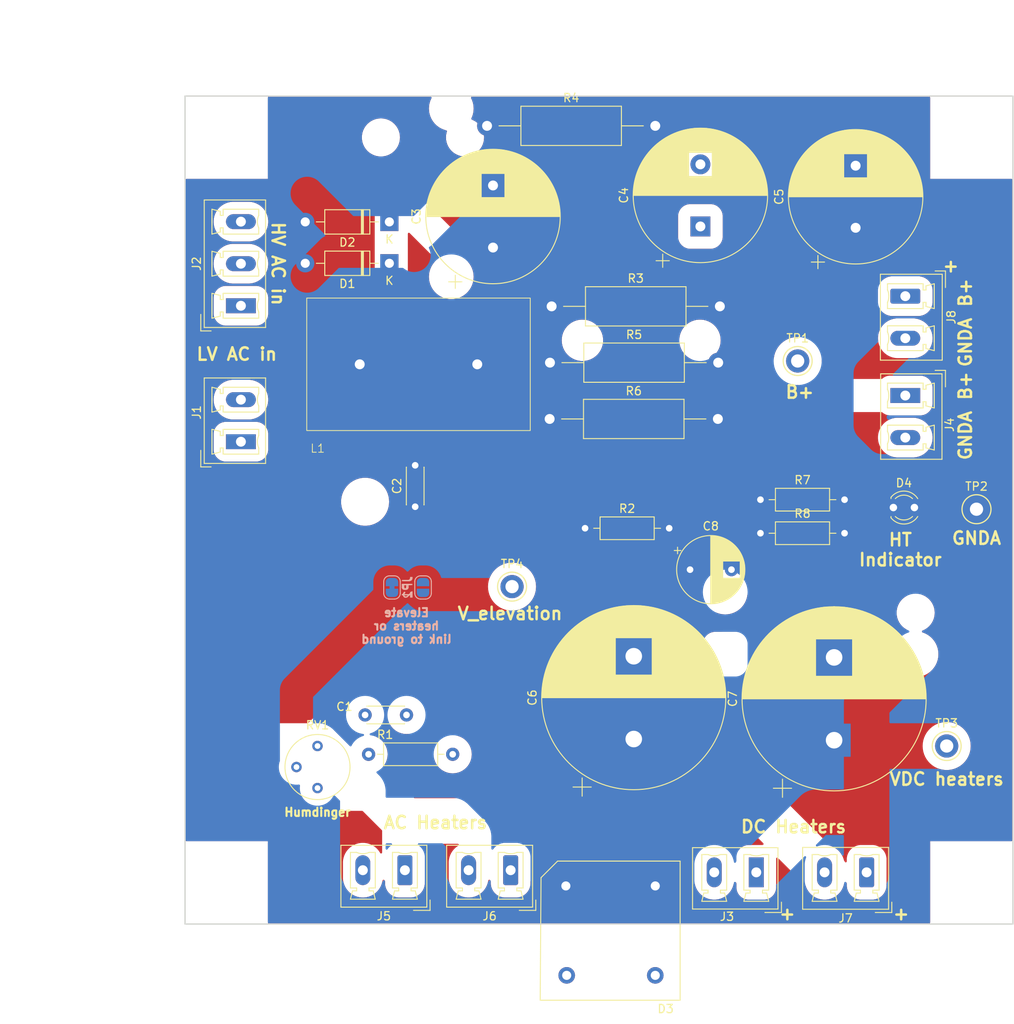
<source format=kicad_pcb>
(kicad_pcb (version 20240108) (generator "pcbnew") (generator_version "8.0")
  (title_block (comment 4 "AISLER Project ID: KBRZOJQS"))
  (layers (0 "F.Cu" signal) (31 "B.Cu" signal) (34 "B.Paste" user) (35 "F.Paste" user) (36 "B.SilkS" user "B.Silkscreen") (37 "F.SilkS" user "F.Silkscreen") (38 "B.Mask" user) (39 "F.Mask" user) (44 "Edge.Cuts" user))
  (net 0 "")
  (net 1 "Net-(D1-A)")
  (net 2 "Net-(C1-Pad2)")
  (net 3 "GNDA")
  (net 4 "Net-(C2-Pad1)")
  (net 5 "Net-(D1-K)")
  (net 6 "Net-(J1-Pin_1)")
  (net 7 "Net-(J7-Pin_1)")
  (net 8 "Net-(C4-Pad1)")
  (net 9 "Net-(D3-+)")
  (net 10 "Net-(J1-Pin_2)")
  (net 11 "+VDC")
  (net 12 "Net-(J2-Pin_2)")
  (net 13 "Net-(D3--)")
  (net 14 "Net-(C8-Pad1)")
  (net 15 "Net-(D2-A)")
  (net 16 "Net-(D4-A)")
  (net 17 "Net-(JP1-A)")
  (footprint "Resistor_THT:R_Axial_DIN0414_L11.9mm_D4.5mm_P20.32mm_Horizontal" (layer "F.Cu") (at 94.08 82.2)
    (property "Reference" "R5" (at 10.16 -3.37 0) (layer "F.SilkS"))
    (property "Value" "220r 2W")
    (pad "1" thru_hole circle (at 0 0) (size 2.4 2.4) (drill 1.2) (layers "*.Cu" "*.Mask") (net 8 "Net-(C4-Pad1)"))
    (pad "2" thru_hole oval (at 20.32 0) (size 2.4 2.4) (drill 1.2) (layers "*.Cu" "*.Mask") (net 7 "Net-(J7-Pin_1)"))
  )
  (footprint "Capacitor_THT:C_Disc_D4.3mm_W1.9mm_P5.00mm" (layer "F.Cu") (at 76.75 124.75 180)
    (property "Reference" "C1" (at 7.5 1 180) (layer "F.SilkS"))
    (property "Value" "10n >1kV")
    (pad "1" thru_hole circle (at 0 0 180) (size 1.6 1.6) (drill 0.8) (layers "*.Cu" "*.Mask") (net 1 "Net-(D1-A)"))
    (pad "2" thru_hole circle (at 5 0 180) (size 1.6 1.6) (drill 0.8) (layers "*.Cu" "*.Mask") (net 2 "Net-(C1-Pad2)"))
  )
  (footprint "Capacitor_THT:C_Disc_D4.3mm_W1.9mm_P5.00mm" (layer "F.Cu") (at 77.8 99.6 90)
    (property "Reference" "C2" (at 2.5 -2.2 90) (layer "F.SilkS"))
    (property "Value" "10n 100V")
    (pad "1" thru_hole circle (at 0 0 90) (size 1.6 1.6) (drill 0.8) (layers "*.Cu" "*.Mask") (net 4 "Net-(C2-Pad1)"))
    (pad "2" thru_hole circle (at 5 0 90) (size 1.6 1.6) (drill 0.8) (layers "*.Cu" "*.Mask") (net 10 "Net-(J1-Pin_2)"))
  )
  (footprint "Capacitor_THT:CP_Radial_D16.0mm_P7.50mm" (layer "F.Cu") (at 87.2 68.3 90)
    (property "Reference" "C3" (at 3.75 -9.25 90) (layer "F.SilkS"))
    (property "Value" "47u 450V")
    (pad "1" thru_hole rect (at 0 0 90) (size 2.4 2.4) (drill 1.2) (layers "*.Cu" "*.Mask") (net 5 "Net-(D1-K)"))
    (pad "2" thru_hole circle (at 7.5 0 90) (size 2.4 2.4) (drill 1.2) (layers "*.Cu" "*.Mask") (net 12 "Net-(J2-Pin_2)"))
  )
  (footprint "Connector_Phoenix_MC_HighVoltage:PhoenixContact_MCV_1,5_2-G-5.08_1x02_P5.08mm_Vertical" (layer "F.Cu") (at 56.75 91.75 90)
    (property "Reference" "J1" (at 3.54 -5.35 90) (layer "F.SilkS"))
    (property "Value" "Screw_Terminal_01x02")
    (pad "1" thru_hole rect (at 0 0 90) (size 1.8 3.6) (drill 1.2) (layers "*.Cu" "*.Mask") (net 6 "Net-(J1-Pin_1)"))
    (pad "2" thru_hole oval (at 5.08 0 90) (size 1.8 3.6) (drill 1.2) (layers "*.Cu" "*.Mask") (net 10 "Net-(J1-Pin_2)"))
  )
  (footprint "Connector_Phoenix_MC_HighVoltage:PhoenixContact_MCV_1,5_2-G-5.08_1x02_P5.08mm_Vertical" (layer "F.Cu") (at 119 143.7575 180)
    (property "Reference" "J3" (at 3.54 -5.35 0) (layer "F.SilkS"))
    (property "Value" "Screw_Terminal_01x02")
    (pad "1" thru_hole rect (at 0 0 180) (size 1.8 3.6) (drill 1.2) (layers "*.Cu" "*.Mask") (net 6 "Net-(J1-Pin_1)"))
    (pad "2" thru_hole oval (at 5.08 0 180) (size 1.8 3.6) (drill 1.2) (layers "*.Cu" "*.Mask") (net 10 "Net-(J1-Pin_2)"))
  )
  (footprint "Connector_Phoenix_MC_HighVoltage:PhoenixContact_MCV_1,5_2-G-5.08_1x02_P5.08mm_Vertical" (layer "F.Cu") (at 137 86.17 -90)
    (property "Reference" "J4" (at 3.54 -5.35 -90) (layer "F.SilkS"))
    (property "Value" "Screw_Terminal_01x02")
    (pad "1" thru_hole rect (at 0 0 270) (size 1.8 3.6) (drill 1.2) (layers "*.Cu" "*.Mask") (net 6 "Net-(J1-Pin_1)"))
    (pad "2" thru_hole oval (at 5.08 0 270) (size 1.8 3.6) (drill 1.2) (layers "*.Cu" "*.Mask") (net 10 "Net-(J1-Pin_2)"))
  )
  (footprint "MountingHole:MountingHole_3.2mm_M3" (layer "F.Cu") (at 145 145)
    (property "Reference" "MH2" (hide yes))
    (property "Value" "MountingHole")
    (pad "" np_thru_hole circle (at 0 0) (size 3.2 3.2) (drill 3.2) (layers "*.Cu" "*.Mask"))
  )
  (footprint "MountingHole:MountingHole_3.2mm_M3" (layer "F.Cu") (at 145 55)
    (property "Reference" "MH3" (hide yes))
    (property "Value" "MountingHole")
    (pad "" np_thru_hole circle (at 0 0) (size 3.2 3.2) (drill 3.2) (layers "*.Cu" "*.Mask"))
  )
  (footprint "MountingHole:MountingHole_3.2mm_M3" (layer "F.Cu") (at 55 145)
    (property "Reference" "MH4" (hide yes))
    (property "Value" "MountingHole")
    (pad "" np_thru_hole circle (at 0 0) (size 3.2 3.2) (drill 3.2) (layers "*.Cu" "*.Mask"))
  )
  (footprint "Resistor_THT:R_Axial_DIN0207_L6.3mm_D2.5mm_P10.16mm_Horizontal" (layer "F.Cu") (at 72.17 129.5)
    (property "Reference" "R1" (at 2 -2.37 0) (layer "F.SilkS"))
    (property "Value" "4.7k")
    (pad "1" thru_hole circle (at 0 0) (size 1.6 1.6) (drill 0.8) (layers "*.Cu" "*.Mask") (net 2 "Net-(C1-Pad2)"))
    (pad "2" thru_hole oval (at 10.16 0) (size 1.6 1.6) (drill 0.8) (layers "*.Cu" "*.Mask") (net 15 "Net-(D2-A)"))
  )
  (footprint "TestPoint:TestPoint_Keystone_5005-5009_Compact" (layer "F.Cu") (at 124 82)
    (property "Reference" "TP1" (at 0 -2.75 0) (layer "F.SilkS"))
    (property "Value" "TestPoint")
    (pad "1" thru_hole circle (at 0 0) (size 2.8 2.8) (drill 1.6) (layers "*.Cu" "*.Mask") (net 7 "Net-(J7-Pin_1)"))
  )
  (footprint "TestPoint:TestPoint_Keystone_5005-5009_Compact" (layer "F.Cu") (at 145.6 99.9)
    (property "Reference" "TP2" (at 0 -2.75 0) (layer "F.SilkS"))
    (property "Value" "TestPoint")
    (pad "1" thru_hole circle (at 0 0) (size 2.8 2.8) (drill 1.6) (layers "*.Cu" "*.Mask") (net 11 "+VDC"))
  )
  (footprint "TestPoint:TestPoint_Keystone_5005-5009_Compact" (layer "F.Cu") (at 142 128.5)
    (property "Reference" "TP3" (at 0 -2.75 0) (layer "F.SilkS"))
    (property "Value" "TestPoint")
    (pad "1" thru_hole circle (at 0 0) (size 2.8 2.8) (drill 1.6) (layers "*.Cu" "*.Mask") (net 3 "GNDA"))
  )
  (footprint "TestPoint:TestPoint_Keystone_5005-5009_Compact" (layer "F.Cu") (at 89.5 109.25)
    (property "Reference" "TP4" (at 0 -2.75 0) (layer "F.SilkS"))
    (property "Value" "TestPoint")
    (pad "1" thru_hole circle (at 0 0) (size 2.8 2.8) (drill 1.6) (layers "*.Cu" "*.Mask") (net 9 "Net-(D3-+)"))
  )
  (footprint "Potentiometer_THT:Potentiometer_Bourns_3339P_Vertical" (layer "F.Cu") (at 66 133.58)
    (property "Reference" "RV1" (at 0 -7.6 0) (layer "F.SilkS"))
    (property "Value" "500r")
    (pad "1" thru_hole circle (at 0 0) (size 1.26 1.26) (drill 0.7) (layers "*.Cu" "*.Mask") (net 6 "Net-(J1-Pin_1)"))
    (pad "2" thru_hole circle (at -2.54 -2.54) (size 1.26 1.26) (drill 0.7) (layers "*.Cu" "*.Mask") (net 11 "+VDC"))
    (pad "3" thru_hole circle (at 0 -5.08) (size 1.26 1.26) (drill 0.7) (layers "*.Cu" "*.Mask") (net 10 "Net-(J1-Pin_2)"))
  )
  (footprint "Connector_Phoenix_MC_HighVoltage:PhoenixContact_MCV_1,5_3-G-5.08_1x03_P5.08mm_Vertical" (layer "F.Cu") (at 56.75 75.33 90)
    (property "Reference" "J2" (at 5.08 -5.35 90) (layer "F.SilkS"))
    (property "Value" "Screw_Terminal_01x03")
    (pad "1" thru_hole rect (at 0 0 90) (size 1.8 3.6) (drill 1.2) (layers "*.Cu" "*.Mask") (net 1 "Net-(D1-A)"))
    (pad "2" thru_hole oval (at 5.08 0 90) (size 1.8 3.6) (drill 1.2) (layers "*.Cu" "*.Mask") (net 12 "Net-(J2-Pin_2)"))
    (pad "3" thru_hole oval (at 10.16 0 90) (size 1.8 3.6) (drill 1.2) (layers "*.Cu" "*.Mask") (net 15 "Net-(D2-A)"))
  )
  (footprint "MountingHole:MountingHole_3.2mm_M3" (layer "F.Cu") (at 55 55)
    (property "Reference" "MH1" (hide yes))
    (property "Value" "MountingHole")
    (pad "" np_thru_hole circle (at 0 0) (size 3.2 3.2) (drill 3.2) (layers "*.Cu" "*.Mask"))
  )
  (footprint "Resistor_THT:R_Axial_DIN0414_L11.9mm_D4.5mm_P20.32mm_Horizontal" (layer "F.Cu") (at 94.04 89)
    (property "Reference" "R6" (at 10.16 -3.37 0) (layer "F.SilkS"))
    (property "Value" "100k 2W")
    (pad "1" thru_hole circle (at 0 0) (size 2.4 2.4) (drill 1.2) (layers "*.Cu" "*.Mask") (net 7 "Net-(J7-Pin_1)"))
    (pad "2" thru_hole oval (at 20.32 0) (size 2.4 2.4) (drill 1.2) (layers "*.Cu" "*.Mask") (net 14 "Net-(C8-Pad1)"))
  )
  (footprint "Capacitor_THT:CP_Radial_D16.0mm_P7.50mm" (layer "F.Cu") (at 112.25 65.75 90)
    (property "Reference" "C4" (at 3.75 -9.25 90) (layer "F.SilkS"))
    (property "Value" "47u 450V")
    (pad "1" thru_hole rect (at 0 0 90) (size 2.4 2.4) (drill 1.2) (layers "*.Cu" "*.Mask") (net 8 "Net-(C4-Pad1)"))
    (pad "2" thru_hole circle (at 7.5 0 90) (size 2.4 2.4) (drill 1.2) (layers "*.Cu" "*.Mask") (net 3 "GNDA"))
  )
  (footprint "Connector_Phoenix_MC_HighVoltage:PhoenixContact_MCV_1,5_2-G-5.08_1x02_P5.08mm_Vertical" (layer "F.Cu") (at 137 74.17 -90)
    (property "Reference" "J8" (at 2.54 -5.55 90) (layer "F.SilkS"))
    (property "Value" "Screw_Terminal_01x02")
    (pad "1" thru_hole roundrect (at 0 0 270) (size 1.8 3.6) (drill 1.2) (layers "*.Cu" "*.Mask") (roundrect_rratio 0.138889) (net 7 "Net-(J7-Pin_1)"))
    (pad "2" thru_hole oval (at 5.08 0 270) (size 1.8 3.6) (drill 1.2) (layers "*.Cu" "*.Mask") (net 3 "GNDA"))
  )
  (footprint "Connector_Phoenix_MC_HighVoltage:PhoenixContact_MCV_1,5_2-G-5.08_1x02_P5.08mm_Vertical" (layer "F.Cu") (at 76.5575 143.5 180)
    (property "Reference" "J5" (at 2.54 -5.55 0) (layer "F.SilkS"))
    (property "Value" "Screw_Terminal_01x02")
    (pad "1" thru_hole roundrect (at 0 0 180) (size 1.8 3.6) (drill 1.2) (layers "*.Cu" "*.Mask") (roundrect_rratio 0.138889) (net 9 "Net-(D3-+)"))
    (pad "2" thru_hole oval (at 5.08 0 180) (size 1.8 3.6) (drill 1.2) (layers "*.Cu" "*.Mask") (net 13 "Net-(D3--)"))
  )
  (footprint "Connector_Phoenix_MC_HighVoltage:PhoenixContact_MCV_1,5_2-G-5.08_1x02_P5.08mm_Vertical" (layer "F.Cu") (at 89.33 143.5 180)
    (property "Reference" "J6" (at 2.54 -5.55 0) (layer "F.SilkS"))
    (property "Value" "Screw_Terminal_01x02")
    (pad "1" thru_hole roundrect (at 0 0 180) (size 1.8 3.6) (drill 1.2) (layers "*.Cu" "*.Mask") (roundrect_rratio 0.138889) (net 9 "Net-(D3-+)"))
    (pad "2" thru_hole oval (at 5.08 0 180) (size 1.8 3.6) (drill 1.2) (layers "*.Cu" "*.Mask") (net 13 "Net-(D3--)"))
  )
  (footprint "Resistor_THT:R_Axial_DIN0207_L6.3mm_D2.5mm_P10.16mm_Horizontal" (layer "F.Cu") (at 119.502651 102.8)
    (property "Reference" "R8" (at 5.08 -2.37 0) (layer "F.SilkS"))
    (property "Value" "100r")
    (pad "1" thru_hole circle (at 0 0) (size 1.6 1.6) (drill 0.8) (layers "*.Cu" "*.Mask") (net 14 "Net-(C8-Pad1)"))
    (pad "2" thru_hole oval (at 10.16 0) (size 1.6 1.6) (drill 0.8) (layers "*.Cu" "*.Mask") (net 17 "Net-(JP1-A)"))
  )
  (footprint "Resistor_THT:R_Axial_DIN0207_L6.3mm_D2.5mm_P10.16mm_Horizontal" (layer "F.Cu") (at 119.502651 98.75)
    (property "Reference" "R7" (at 5.08 -2.37 0) (layer "F.SilkS"))
    (property "Value" "33k")
    (pad "1" thru_hole circle (at 0 0) (size 1.6 1.6) (drill 0.8) (layers "*.Cu" "*.Mask") (net 14 "Net-(C8-Pad1)"))
    (pad "2" thru_hole oval (at 10.16 0) (size 1.6 1.6) (drill 0.8) (layers "*.Cu" "*.Mask") (net 16 "Net-(D4-A)"))
  )
  (footprint "Capacitor_THT:CP_Radial_D22.0mm_P10.00mm_SnapIn" (layer "F.Cu") (at 104.2 127.657831 90)
    (property "Reference" "C6" (at 5 -12.25 90) (layer "F.SilkS"))
    (property "Value" "2700uF 50V")
    (pad "1" thru_hole rect (at 0 0 90) (size 4 4) (drill 2) (layers "*.Cu" "*.Mask") (net 9 "Net-(D3-+)"))
    (pad "2" thru_hole circle (at 10 0 90) (size 4 4) (drill 2) (layers "*.Cu" "*.Mask") (net 13 "Net-(D3--)"))
  )
  (footprint "Resistor_THT:R_Axial_DIN0414_L11.9mm_D4.5mm_P20.32mm_Horizontal" (layer "F.Cu") (at 86.48 53.6)
    (property "Reference" "R4" (at 10.16 -3.37 0) (layer "F.SilkS"))
    (property "Value" "220r 2W")
    (pad "1" thru_hole circle (at 0 0) (size 2.4 2.4) (drill 1.2) (layers "*.Cu" "*.Mask") (net 12 "Net-(J2-Pin_2)"))
    (pad "2" thru_hole oval (at 20.32 0) (size 2.4 2.4) (drill 1.2) (layers "*.Cu" "*.Mask") (net 3 "GNDA"))
  )
  (footprint "Resistor_THT:R_Axial_DIN0414_L11.9mm_D4.5mm_P20.32mm_Horizontal" (layer "F.Cu") (at 94.28 75.4)
    (property "Reference" "R3" (at 10.16 -3.37 0) (layer "F.SilkS"))
    (property "Value" "220r 2W")
    (pad "1" thru_hole circle (at 0 0) (size 2.4 2.4) (drill 1.2) (layers "*.Cu" "*.Mask") (net 5 "Net-(D1-K)"))
    (pad "2" thru_hole oval (at 20.32 0) (size 2.4 2.4) (drill 1.2) (layers "*.Cu" "*.Mask") (net 8 "Net-(C4-Pad1)"))
  )
  (footprint "Diode_THT:Diode_Bridge_16.7x16.7x6.3mm_P10.8mm" (layer "F.Cu") (at 96 145.4)
    (property "Reference" "D3" (at 12.05 14.85 180) (layer "F.SilkS"))
    (property "Value" "BR310")
    (pad "1" thru_hole rect (at 0 0 180) (size 2 2) (drill 1.1) (layers "*.Cu" "*.Mask") (net 9 "Net-(D3-+)"))
    (pad "2" thru_hole circle (at 0.1 10.8 180) (size 2 2) (drill 1.1) (layers "*.Cu" "*.Mask") (net 10 "Net-(J1-Pin_2)"))
    (pad "3" thru_hole circle (at 10.8 10.8 180) (size 2 2) (drill 1.1) (layers "*.Cu" "*.Mask") (net 13 "Net-(D3--)"))
    (pad "4" thru_hole circle (at 10.8 0 180) (size 2 2) (drill 1.1) (layers "*.Cu" "*.Mask") (net 6 "Net-(J1-Pin_1)"))
  )
  (footprint "Diode_THT:D_DO-41_SOD81_P10.16mm_Horizontal" (layer "F.Cu") (at 74.68 70.2 180)
    (property "Reference" "D1" (at 5.08 -2.47 0) (layer "F.SilkS"))
    (property "Value" "1N4007")
    (fp_text user "K" (at 0 -2.1 0) (layer "F.SilkS"))
    (pad "1" thru_hole rect (at 0 0 180) (size 2.2 2.2) (drill 1.1) (layers "*.Cu" "*.Mask") (net 5 "Net-(D1-K)"))
    (pad "2" thru_hole oval (at 10.16 0 180) (size 2.2 2.2) (drill 1.1) (layers "*.Cu" "*.Mask") (net 1 "Net-(D1-A)"))
  )
  (footprint "LED_THT:LED_D3.0mm" (layer "F.Cu") (at 135.56 99.7)
    (property "Reference" "D4" (at 1.27 -2.96 0) (layer "F.SilkS"))
    (property "Value" "LED")
    (pad "1" thru_hole rect (at 0 0) (size 1.8 1.8) (drill 0.9) (layers "*.Cu" "*.Mask") (net 3 "GNDA"))
    (pad "2" thru_hole circle (at 2.54 0) (size 1.8 1.8) (drill 0.9) (layers "*.Cu" "*.Mask") (net 16 "Net-(D4-A)"))
  )
  (footprint "Capacitor_THT:CP_Radial_D8.0mm_P5.00mm" (layer "F.Cu") (at 111 107.2)
    (property "Reference" "C8" (at 2.5 -5.25 0) (layer "F.SilkS"))
    (property "Value" "10u 100V")
    (pad "1" thru_hole rect (at 0 0) (size 1.6 1.6) (drill 0.8) (layers "*.Cu" "*.Mask") (net 14 "Net-(C8-Pad1)"))
    (pad "2" thru_hole circle (at 5 0) (size 1.6 1.6) (drill 0.8) (layers "*.Cu" "*.Mask") (net 3 "GNDA"))
  )
  (footprint "Diode_THT:D_DO-41_SOD81_P10.16mm_Horizontal" (layer "F.Cu") (at 74.68 65.2 180)
    (property "Reference" "D2" (at 5.08 -2.47 0) (layer "F.SilkS"))
    (property "Value" "1N4007")
    (fp_text user "K" (at 0 -2.1 0) (layer "F.SilkS"))
    (pad "1" thru_hole rect (at 0 0 180) (size 2.2 2.2) (drill 1.1) (layers "*.Cu" "*.Mask") (net 5 "Net-(D1-K)"))
    (pad "2" thru_hole oval (at 10.16 0 180) (size 2.2 2.2) (drill 1.1) (layers "*.Cu" "*.Mask") (net 15 "Net-(D2-A)"))
  )
  (footprint "Capacitor_THT:CP_Radial_D16.0mm_P7.50mm" (layer "F.Cu") (at 131 65.912754 90)
    (property "Reference" "C5" (at 3.75 -9.25 90) (layer "F.SilkS"))
    (property "Value" "47u 450V")
    (pad "1" thru_hole rect (at 0 0 90) (size 2.4 2.4) (drill 1.2) (layers "*.Cu" "*.Mask") (net 7 "Net-(J7-Pin_1)"))
    (pad "2" thru_hole circle (at 7.5 0 90) (size 2.4 2.4) (drill 1.2) (layers "*.Cu" "*.Mask") (net 3 "GNDA"))
  )
  (footprint "Capacitor_THT:CP_Radial_D22.0mm_P10.00mm_SnapIn" (layer "F.Cu") (at 128.4 127.8 90)
    (property "Reference" "C7" (at 5 -12.25 90) (layer "F.SilkS"))
    (property "Value" "2700uF 50V")
    (pad "1" thru_hole rect (at 0 0 90) (size 4 4) (drill 2) (layers "*.Cu" "*.Mask") (net 9 "Net-(D3-+)"))
    (pad "2" thru_hole circle (at 10 0 90) (size 4 4) (drill 2) (layers "*.Cu" "*.Mask") (net 13 "Net-(D3--)"))
  )
  (footprint "Resistor_THT:R_Axial_DIN0207_L6.3mm_D2.5mm_P10.16mm_Horizontal" (layer "F.Cu") (at 98.32 102.2)
    (property "Reference" "R2" (at 5.08 -2.37 0) (layer "F.SilkS"))
    (property "Value" "4.7k")
    (pad "1" thru_hole circle (at 0 0) (size 1.6 1.6) (drill 0.8) (layers "*.Cu" "*.Mask") (net 6 "Net-(J1-Pin_1)"))
    (pad "2" thru_hole oval (at 10.16 0) (size 1.6 1.6) (drill 0.8) (layers "*.Cu" "*.Mask") (net 4 "Net-(C2-Pad1)"))
  )
  (footprint "BasicPS_parts:TentChoke" (layer "F.Cu") (at 71.1 82.4)
    (property "Reference" "L1" (at -5.08 10.16 0) (layer "F.SilkS") (effects (font (thickness 0.1))))
    (property "Value" "L_Iron")
    (pad "1" thru_hole circle (at 0 0) (size 2 2) (drill 1.2) (layers "*.Cu" "*.Mask") (net 5 "Net-(D1-K)"))
    (pad "2" thru_hole circle (at 14.2 0) (size 2 2) (drill 1.2) (layers "*.Cu" "*.Mask") (net 8 "Net-(C4-Pad1)"))
  )
  (footprint "Connector_Phoenix_MC_HighVoltage:PhoenixContact_MCV_1,5_2-G-5.08_1x02_P5.08mm_Vertical" (layer "F.Cu") (at 132.33 143.7575 180)
    (property "Reference" "J7" (at 2.54 -5.55 0) (layer "F.SilkS"))
    (property "Value" "Screw_Terminal_01x02")
    (pad "1" thru_hole roundrect (at 0 0 180) (size 1.8 3.6) (drill 1.2) (layers "*.Cu" "*.Mask") (roundrect_rratio 0.138889) (net 7 "Net-(J7-Pin_1)"))
    (pad "2" thru_hole oval (at 5.08 0 180) (size 1.8 3.6) (drill 1.2) (layers "*.Cu" "*.Mask") (net 3 "GNDA"))
  )
  (footprint "Jumper:SolderJumper-2_P1.3mm_Bridged_RoundedPad1.0x1.5mm" (layer "B.Cu") (at 75 109.35 90)
    (property "Reference" "JP1" (at 0 1.8 -90) (layer "B.SilkS") (effects (justify mirror)))
    (property "Value" "Jumper_2_Bridged")
    (fp_poly (pts (xy 0.25 0.3) (xy -0.25 0.3) (xy -0.25 -0.3) (xy 0.25 -0.3)) (fill solid) (layer "B.Cu"))
    (pad "1" smd custom (at -0.65 0 90) (size 1 0.5) (layers "B.Cu" "B.Mask") (net 17 "Net-(JP1-A)") (options (clearance outline) (anchor rect)) (primitives (gr_circle (center 0 -0.25) (end 0.5 -0.25) (width 0) (fill yes)) (gr_circle (center 0 0.25) (end 0.5 0.25) (width 0) (fill yes)) (gr_poly (pts (xy 0.5 -0.75) (xy 0 -0.75) (xy 0 0.75) (xy 0.5 0.75)) (width 0) (fill yes))))
    (pad "2" smd custom (at 0.65 0 90) (size 1 0.5) (layers "B.Cu" "B.Mask") (net 11 "+VDC") (options (clearance outline) (anchor rect)) (primitives (gr_circle (center 0 -0.25) (end 0.5 -0.25) (width 0) (fill yes)) (gr_circle (center 0 0.25) (end 0.5 0.25) (width 0) (fill yes)) (gr_poly (pts (xy 0 -0.75) (xy -0.5 -0.75) (xy -0.5 0.75) (xy 0 0.75)) (width 0) (fill yes))))
  )
  (footprint "Jumper:SolderJumper-2_P1.3mm_Open_RoundedPad1.0x1.5mm" (layer "B.Cu") (at 78.75 109.35 -90)
    (property "Reference" "JP2" (at 0 1.8 90) (layer "B.SilkS") (effects (justify mirror)))
    (property "Value" "Jumper_NO_Small")
    (pad "1" smd custom (at -0.65 0 270) (size 1 0.5) (layers "B.Cu" "B.Mask") (net 11 "+VDC") (options (clearance outline) (anchor rect)) (primitives (gr_circle (center 0 -0.25) (end 0.5 -0.25) (width 0) (fill yes)) (gr_circle (center 0 0.25) (end 0.5 0.25) (width 0) (fill yes)) (gr_poly (pts (xy 0.5 -0.75) (xy 0 -0.75) (xy 0 0.75) (xy 0.5 0.75)) (width 0) (fill yes))))
    (pad "2" smd custom (at 0.65 0 270) (size 1 0.5) (layers "B.Cu" "B.Mask") (net 3 "GNDA") (options (clearance outline) (anchor rect)) (primitives (gr_circle (center 0 -0.25) (end 0.5 -0.25) (width 0) (fill yes)) (gr_circle (center 0 0.25) (end 0.5 0.25) (width 0) (fill yes)) (gr_poly (pts (xy 0 -0.75) (xy -0.5 -0.75) (xy -0.5 0.75) (xy 0 0.75)) (width 0) (fill yes))))
  )
  (gr_line (start 50 50) (end 150 50) (stroke (width 0.15)) (layer "Edge.Cuts"))
  (gr_line (start 50 50) (end 50 150) (stroke (width 0.15)) (layer "Edge.Cuts"))
  (gr_line (start 50 150) (end 150 150) (stroke (width 0.15)) (layer "Edge.Cuts"))
  (gr_line (start 150 50) (end 150 150) (stroke (width 0.15)) (layer "Edge.Cuts"))
  (gr_text "Elevate\nheaters or\nlink to ground" (at 76.75 114 0) (layer "B.SilkS") (effects (font (size 1 1) (thickness 0.25)) (justify mirror)))
  (gr_text "HT\nIndicator" (at 136.4 104.8 0) (layer "F.SilkS") (effects (font (size 1.5 1.5) (thickness 0.3))))
  (gr_text "B+" (at 144.25 85 90) (layer "F.SilkS") (effects (font (size 1.5 1.5) (thickness 0.3))))
  (gr_text "GNDA" (at 144.25 91 90) (layer "F.SilkS") (effects (font (size 1.5 1.5) (thickness 0.3))))
  (gr_text "DC Heaters" (at 123.5 138.25 0) (layer "F.SilkS") (effects (font (size 1.5 1.5) (thickness 0.3))))
  (gr_text "GNDA" (at 145.6 103.4 0) (layer "F.SilkS") (effects (font (size 1.5 1.5) (thickness 0.3))))
  (gr_text "V_elevation" (at 89.25 112.5 0) (layer "F.SilkS") (effects (font (size 1.5 1.5) (thickness 0.3))))
  (gr_text "+" (at 136.5 148.75 0) (layer "F.SilkS") (effects (font (size 1.5 1.5) (thickness 0.3))))
  (gr_text "HV AC in" (at 61.25 70.25 270) (layer "F.SilkS") (effects (font (size 1.5 1.5) (thickness 0.3))))
  (gr_text "LV AC in" (at 56.25 81.17 0) (layer "F.SilkS") (effects (font (size 1.5 1.5) (thickness 0.3))))
  (gr_text "B+" (at 124.25 85.75 0) (layer "F.SilkS") (effects (font (size 1.5 1.5) (thickness 0.3))))
  (gr_text "+" (at 122.75 148.75 0) (layer "F.SilkS") (effects (font (size 1.5 1.5) (thickness 0.3))))
  (gr_text "AC Heaters" (at 80.25 137.75 0) (layer "F.SilkS") (effects (font (size 1.5 1.5) (thickness 0.3))))
  (gr_text "+" (at 142.5 70.5 0) (layer "F.SilkS") (effects (font (size 1.5 1.5) (thickness 0.3))))
  (gr_text "Humdinger" (at 66 136.5 0) (layer "F.SilkS") (effects (font (size 1 1) (thickness 0.25))))
  (gr_text "VDC heaters" (at 142 132.5 0) (layer "F.SilkS") (effects (font (size 1.5 1.5) (thickness 0.3))))
  (gr_text "GNDA" (at 144.25 79.75 90) (layer "F.SilkS") (effects (font (size 1.5 1.5) (thickness 0.3))))
  (gr_text "B+" (at 144.25 73.75 90) (layer "F.SilkS") (effects (font (size 1.5 1.5) (thickness 0.3))))
  (zone (net 0) (net_name "") (layers "F&B.Cu") (connect_pads (clearance 1.5)) (min_thickness 0.254) (fill yes (thermal_gap 0.508) (thermal_bridge_width 0.508) (island_removal_mode 1) (island_area_min 10))
    (polygon (pts (xy 50 150) (xy 150 150) (xy 150 50) (xy 50 50)))
  )
  (zone (net 0) (net_name "") (layers "F&B.Cu") (connect_pads (clearance 0)) (min_thickness 0.254)
    (keepout (tracks allowed) (vias allowed) (pads allowed) (copperpour not_allowed) (footprints allowed))
    (fill (thermal_gap 0.508) (thermal_bridge_width 0.508))
    (polygon (pts (xy 50 50) (xy 50 60) (xy 60 60) (xy 60 50)))
  )
  (zone (net 0) (net_name "") (layers "F&B.Cu") (connect_pads (clearance 0)) (min_thickness 0.254)
    (keepout (tracks allowed) (vias allowed) (pads allowed) (copperpour not_allowed) (footprints allowed))
    (fill (thermal_gap 0.508) (thermal_bridge_width 0.508))
    (polygon (pts (xy 140 50) (xy 140 60) (xy 150 60) (xy 150 50)))
  )
  (zone (net 0) (net_name "") (layers "F&B.Cu") (connect_pads (clearance 0)) (min_thickness 0.254)
    (keepout (tracks allowed) (vias allowed) (pads allowed) (copperpour not_allowed) (footprints allowed))
    (fill (thermal_gap 0.508) (thermal_bridge_width 0.508))
    (polygon (pts (xy 50 150) (xy 50 140) (xy 60 140) (xy 60 150)))
  )
  (zone (net 0) (net_name "") (layers "F&B.Cu") (connect_pads (clearance 0)) (min_thickness 0.254)
    (keepout (tracks allowed) (vias allowed) (pads allowed) (copperpour not_allowed) (footprints allowed))
    (fill (thermal_gap 0.508) (thermal_bridge_width 0.508))
    (polygon (pts (xy 140 150) (xy 140 140) (xy 150 140) (xy 150 150)))
  )
)
</source>
